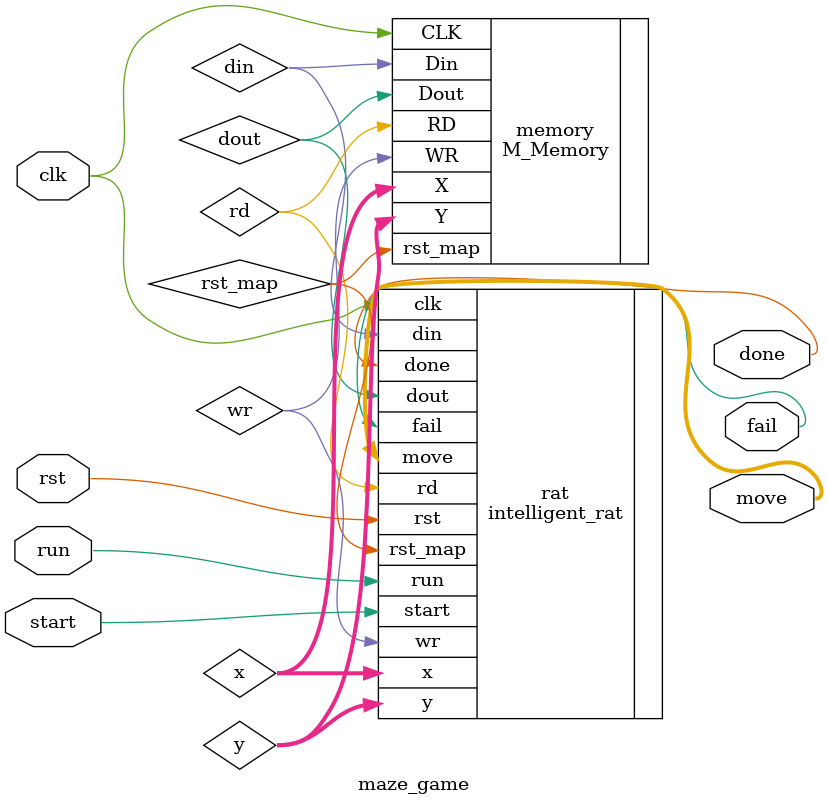
<source format=v>
module maze_game(clk, rst, start, run, fail, done, move);
	input clk, rst, start, run;
	output fail, done;
	output [1:0] move;

	wire dout, din, rd, wr, rst_map;
	wire [3:0] x, y;

intelligent_rat rat(.clk(clk), .rst(rst), .start(start), .run(run),
		.fail(fail), .dout(dout), .done(done), .move(move),
		 .x(x), .y(y), .din(din), .rd(rd), .wr(wr), .rst_map(rst_map));

M_Memory memory(.X(x), .Y(y), .Din(din), .rst_map(rst_map), .RD(rd), .WR(wr), .CLK(clk), .Dout(dout));

endmodule
</source>
